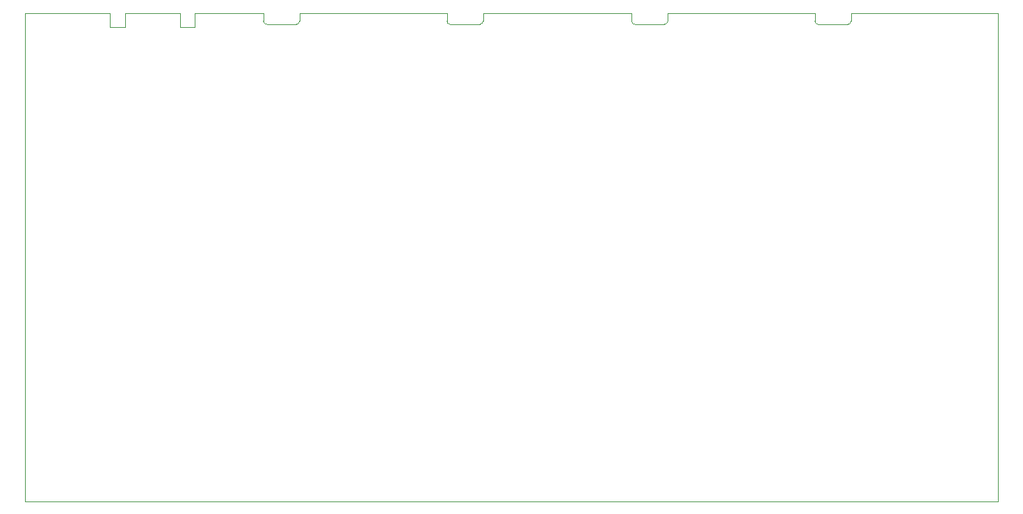
<source format=gbr>
%TF.GenerationSoftware,KiCad,Pcbnew,(6.0.8)*%
%TF.CreationDate,2022-10-25T18:18:37+09:00*%
%TF.ProjectId,amp-input,616d702d-696e-4707-9574-2e6b69636164,rev?*%
%TF.SameCoordinates,Original*%
%TF.FileFunction,Profile,NP*%
%FSLAX46Y46*%
G04 Gerber Fmt 4.6, Leading zero omitted, Abs format (unit mm)*
G04 Created by KiCad (PCBNEW (6.0.8)) date 2022-10-25 18:18:37*
%MOMM*%
%LPD*%
G01*
G04 APERTURE LIST*
%TA.AperFunction,Profile*%
%ADD10C,0.100000*%
%TD*%
%TA.AperFunction,Profile*%
%ADD11C,0.120000*%
%TD*%
G04 APERTURE END LIST*
D10*
X211836000Y-119100600D02*
X211836000Y-59639200D01*
X118084600Y-59639200D02*
X114514400Y-59639200D01*
X93319600Y-59639200D02*
X93319600Y-119100600D01*
X131084600Y-59639200D02*
X140411200Y-59639200D01*
X198216800Y-59639200D02*
X211836000Y-59639200D01*
X93319600Y-119100600D02*
X211836000Y-119100600D01*
X103214400Y-59639200D02*
X93319600Y-59639200D01*
X175890200Y-59639200D02*
X185216800Y-59639200D01*
X153411200Y-59639200D02*
X162890200Y-59639200D01*
D11*
%TO.C,J3*%
X144711200Y-59639200D02*
X140411200Y-59639200D01*
X145111200Y-61039200D02*
X148711200Y-61039200D01*
X144711200Y-60639200D02*
X144711200Y-59639200D01*
X149111200Y-60639200D02*
X149111200Y-59639200D01*
X149111200Y-59639200D02*
X153411200Y-59639200D01*
X148711200Y-61039200D02*
G75*
G03*
X149111200Y-60639200I-2J400002D01*
G01*
X144711200Y-60639200D02*
G75*
G03*
X145111200Y-61039200I400000J0D01*
G01*
%TO.C,J1*%
X189916800Y-61039200D02*
X193516800Y-61039200D01*
X193916800Y-59639200D02*
X198216800Y-59639200D01*
X189516800Y-59639200D02*
X185216800Y-59639200D01*
X189516800Y-60639200D02*
X189516800Y-59639200D01*
X193916800Y-60639200D02*
X193916800Y-59639200D01*
X189516800Y-60639200D02*
G75*
G03*
X189916800Y-61039200I400000J0D01*
G01*
X193516800Y-61039200D02*
G75*
G03*
X193916800Y-60639200I-2J400002D01*
G01*
%TO.C,J2*%
X167590200Y-61039200D02*
X171190200Y-61039200D01*
X167190200Y-59639200D02*
X162890200Y-59639200D01*
X171590200Y-59639200D02*
X175890200Y-59639200D01*
X171590200Y-60639200D02*
X171590200Y-59639200D01*
X167190200Y-60639200D02*
X167190200Y-59639200D01*
X167190200Y-60639200D02*
G75*
G03*
X167590200Y-61039200I400000J0D01*
G01*
X171190200Y-61039200D02*
G75*
G03*
X171590200Y-60639200I-2J400002D01*
G01*
%TO.C,J4*%
X122384600Y-60639200D02*
X122384600Y-59639200D01*
X126784600Y-59639200D02*
X131084600Y-59639200D01*
X122784600Y-61039200D02*
X126384600Y-61039200D01*
X122384600Y-59639200D02*
X118084600Y-59639200D01*
X126784600Y-60639200D02*
X126784600Y-59639200D01*
X126384600Y-61039200D02*
G75*
G03*
X126784600Y-60639200I-2J400002D01*
G01*
X122384600Y-60639200D02*
G75*
G03*
X122784600Y-61039200I400000J0D01*
G01*
D10*
%TO.C,J14*%
X103714400Y-59639200D02*
X103214400Y-59639200D01*
X114014400Y-61339200D02*
X114014400Y-59639200D01*
X105514400Y-59639200D02*
X105514400Y-61339200D01*
X112214400Y-61339200D02*
X112214400Y-59639200D01*
X105514400Y-61339200D02*
X103714400Y-61339200D01*
X103714400Y-61339200D02*
X103714400Y-59639200D01*
X114014400Y-59639200D02*
X114514400Y-59639200D01*
X105514400Y-59639200D02*
X112214400Y-59639200D01*
X114014400Y-61339200D02*
X112214400Y-61339200D01*
%TD*%
M02*

</source>
